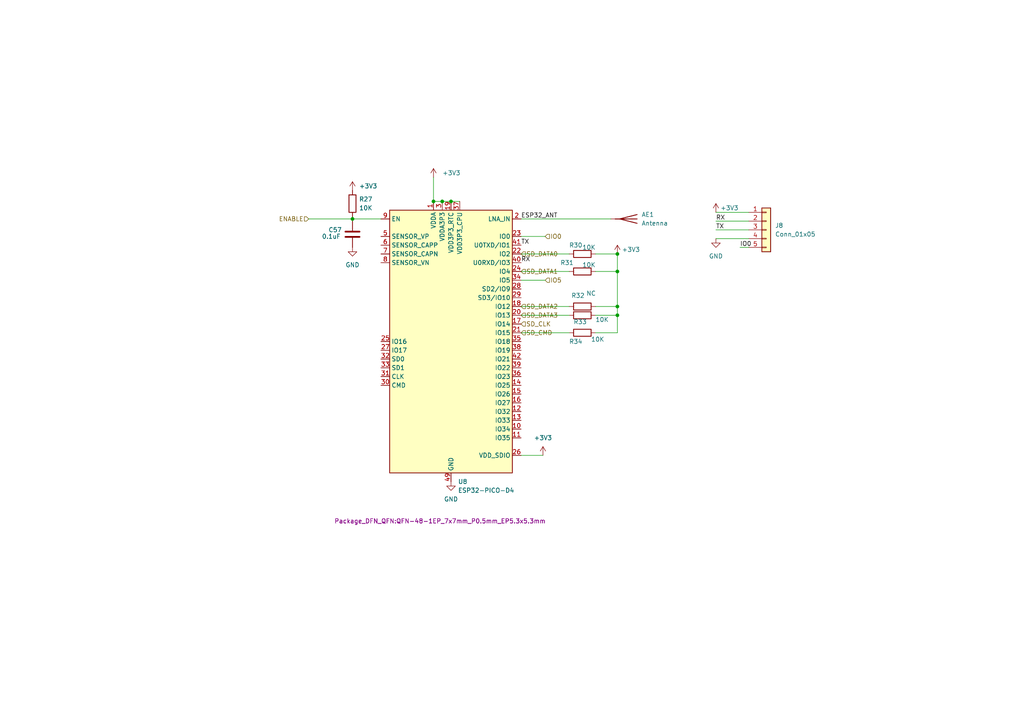
<source format=kicad_sch>
(kicad_sch (version 20211123) (generator eeschema)

  (uuid 984d9336-d89e-47e6-8d7a-cf9d95ac8042)

  (paper "A4")

  (lib_symbols
    (symbol "Connector_Generic:Conn_01x05" (pin_names (offset 1.016) hide) (in_bom yes) (on_board yes)
      (property "Reference" "J" (id 0) (at 0 7.62 0)
        (effects (font (size 1.27 1.27)))
      )
      (property "Value" "Conn_01x05" (id 1) (at 0 -7.62 0)
        (effects (font (size 1.27 1.27)))
      )
      (property "Footprint" "" (id 2) (at 0 0 0)
        (effects (font (size 1.27 1.27)) hide)
      )
      (property "Datasheet" "~" (id 3) (at 0 0 0)
        (effects (font (size 1.27 1.27)) hide)
      )
      (property "ki_keywords" "connector" (id 4) (at 0 0 0)
        (effects (font (size 1.27 1.27)) hide)
      )
      (property "ki_description" "Generic connector, single row, 01x05, script generated (kicad-library-utils/schlib/autogen/connector/)" (id 5) (at 0 0 0)
        (effects (font (size 1.27 1.27)) hide)
      )
      (property "ki_fp_filters" "Connector*:*_1x??_*" (id 6) (at 0 0 0)
        (effects (font (size 1.27 1.27)) hide)
      )
      (symbol "Conn_01x05_1_1"
        (rectangle (start -1.27 -4.953) (end 0 -5.207)
          (stroke (width 0.1524) (type default) (color 0 0 0 0))
          (fill (type none))
        )
        (rectangle (start -1.27 -2.413) (end 0 -2.667)
          (stroke (width 0.1524) (type default) (color 0 0 0 0))
          (fill (type none))
        )
        (rectangle (start -1.27 0.127) (end 0 -0.127)
          (stroke (width 0.1524) (type default) (color 0 0 0 0))
          (fill (type none))
        )
        (rectangle (start -1.27 2.667) (end 0 2.413)
          (stroke (width 0.1524) (type default) (color 0 0 0 0))
          (fill (type none))
        )
        (rectangle (start -1.27 5.207) (end 0 4.953)
          (stroke (width 0.1524) (type default) (color 0 0 0 0))
          (fill (type none))
        )
        (rectangle (start -1.27 6.35) (end 1.27 -6.35)
          (stroke (width 0.254) (type default) (color 0 0 0 0))
          (fill (type background))
        )
        (pin passive line (at -5.08 5.08 0) (length 3.81)
          (name "Pin_1" (effects (font (size 1.27 1.27))))
          (number "1" (effects (font (size 1.27 1.27))))
        )
        (pin passive line (at -5.08 2.54 0) (length 3.81)
          (name "Pin_2" (effects (font (size 1.27 1.27))))
          (number "2" (effects (font (size 1.27 1.27))))
        )
        (pin passive line (at -5.08 0 0) (length 3.81)
          (name "Pin_3" (effects (font (size 1.27 1.27))))
          (number "3" (effects (font (size 1.27 1.27))))
        )
        (pin passive line (at -5.08 -2.54 0) (length 3.81)
          (name "Pin_4" (effects (font (size 1.27 1.27))))
          (number "4" (effects (font (size 1.27 1.27))))
        )
        (pin passive line (at -5.08 -5.08 0) (length 3.81)
          (name "Pin_5" (effects (font (size 1.27 1.27))))
          (number "5" (effects (font (size 1.27 1.27))))
        )
      )
    )
    (symbol "Device:Antenna" (pin_numbers hide) (pin_names (offset 1.016) hide) (in_bom yes) (on_board yes)
      (property "Reference" "AE" (id 0) (at -1.905 1.905 0)
        (effects (font (size 1.27 1.27)) (justify right))
      )
      (property "Value" "Antenna" (id 1) (at -1.905 0 0)
        (effects (font (size 1.27 1.27)) (justify right))
      )
      (property "Footprint" "" (id 2) (at 0 0 0)
        (effects (font (size 1.27 1.27)) hide)
      )
      (property "Datasheet" "~" (id 3) (at 0 0 0)
        (effects (font (size 1.27 1.27)) hide)
      )
      (property "ki_keywords" "antenna" (id 4) (at 0 0 0)
        (effects (font (size 1.27 1.27)) hide)
      )
      (property "ki_description" "Antenna" (id 5) (at 0 0 0)
        (effects (font (size 1.27 1.27)) hide)
      )
      (symbol "Antenna_0_1"
        (polyline
          (pts
            (xy 0 2.54)
            (xy 0 -3.81)
          )
          (stroke (width 0.254) (type default) (color 0 0 0 0))
          (fill (type none))
        )
        (polyline
          (pts
            (xy 1.27 2.54)
            (xy 0 -2.54)
            (xy -1.27 2.54)
          )
          (stroke (width 0.254) (type default) (color 0 0 0 0))
          (fill (type none))
        )
      )
      (symbol "Antenna_1_1"
        (pin input line (at 0 -5.08 90) (length 2.54)
          (name "A" (effects (font (size 1.27 1.27))))
          (number "1" (effects (font (size 1.27 1.27))))
        )
      )
    )
    (symbol "Device:C" (pin_numbers hide) (pin_names (offset 0.254)) (in_bom yes) (on_board yes)
      (property "Reference" "C" (id 0) (at 0.635 2.54 0)
        (effects (font (size 1.27 1.27)) (justify left))
      )
      (property "Value" "C" (id 1) (at 0.635 -2.54 0)
        (effects (font (size 1.27 1.27)) (justify left))
      )
      (property "Footprint" "" (id 2) (at 0.9652 -3.81 0)
        (effects (font (size 1.27 1.27)) hide)
      )
      (property "Datasheet" "~" (id 3) (at 0 0 0)
        (effects (font (size 1.27 1.27)) hide)
      )
      (property "ki_keywords" "cap capacitor" (id 4) (at 0 0 0)
        (effects (font (size 1.27 1.27)) hide)
      )
      (property "ki_description" "Unpolarized capacitor" (id 5) (at 0 0 0)
        (effects (font (size 1.27 1.27)) hide)
      )
      (property "ki_fp_filters" "C_*" (id 6) (at 0 0 0)
        (effects (font (size 1.27 1.27)) hide)
      )
      (symbol "C_0_1"
        (polyline
          (pts
            (xy -2.032 -0.762)
            (xy 2.032 -0.762)
          )
          (stroke (width 0.508) (type default) (color 0 0 0 0))
          (fill (type none))
        )
        (polyline
          (pts
            (xy -2.032 0.762)
            (xy 2.032 0.762)
          )
          (stroke (width 0.508) (type default) (color 0 0 0 0))
          (fill (type none))
        )
      )
      (symbol "C_1_1"
        (pin passive line (at 0 3.81 270) (length 2.794)
          (name "~" (effects (font (size 1.27 1.27))))
          (number "1" (effects (font (size 1.27 1.27))))
        )
        (pin passive line (at 0 -3.81 90) (length 2.794)
          (name "~" (effects (font (size 1.27 1.27))))
          (number "2" (effects (font (size 1.27 1.27))))
        )
      )
    )
    (symbol "Device:R" (pin_numbers hide) (pin_names (offset 0)) (in_bom yes) (on_board yes)
      (property "Reference" "R" (id 0) (at 2.032 0 90)
        (effects (font (size 1.27 1.27)))
      )
      (property "Value" "R" (id 1) (at 0 0 90)
        (effects (font (size 1.27 1.27)))
      )
      (property "Footprint" "" (id 2) (at -1.778 0 90)
        (effects (font (size 1.27 1.27)) hide)
      )
      (property "Datasheet" "~" (id 3) (at 0 0 0)
        (effects (font (size 1.27 1.27)) hide)
      )
      (property "ki_keywords" "R res resistor" (id 4) (at 0 0 0)
        (effects (font (size 1.27 1.27)) hide)
      )
      (property "ki_description" "Resistor" (id 5) (at 0 0 0)
        (effects (font (size 1.27 1.27)) hide)
      )
      (property "ki_fp_filters" "R_*" (id 6) (at 0 0 0)
        (effects (font (size 1.27 1.27)) hide)
      )
      (symbol "R_0_1"
        (rectangle (start -1.016 -2.54) (end 1.016 2.54)
          (stroke (width 0.254) (type default) (color 0 0 0 0))
          (fill (type none))
        )
      )
      (symbol "R_1_1"
        (pin passive line (at 0 3.81 270) (length 1.27)
          (name "~" (effects (font (size 1.27 1.27))))
          (number "1" (effects (font (size 1.27 1.27))))
        )
        (pin passive line (at 0 -3.81 90) (length 1.27)
          (name "~" (effects (font (size 1.27 1.27))))
          (number "2" (effects (font (size 1.27 1.27))))
        )
      )
    )
    (symbol "RF_Module:ESP32-PICO-D4" (in_bom yes) (on_board yes)
      (property "Reference" "U" (id 0) (at -17.78 39.37 0)
        (effects (font (size 1.27 1.27)) (justify left))
      )
      (property "Value" "ESP32-PICO-D4" (id 1) (at 3.81 39.37 0)
        (effects (font (size 1.27 1.27)) (justify left))
      )
      (property "Footprint" "Package_DFN_QFN:QFN-48-1EP_7x7mm_P0.5mm_EP5.3x5.3mm" (id 2) (at 0 -43.18 0)
        (effects (font (size 1.27 1.27)) hide)
      )
      (property "Datasheet" "https://www.espressif.com/sites/default/files/documentation/esp32-pico-d4_datasheet_en.pdf" (id 3) (at 6.35 -25.4 0)
        (effects (font (size 1.27 1.27)) hide)
      )
      (property "ki_keywords" "RF Radio BT ESP ESP32 Espressif external antenna" (id 4) (at 0 0 0)
        (effects (font (size 1.27 1.27)) hide)
      )
      (property "ki_description" "RF Module, ESP32 SoC, Wi-Fi 802.11b/g/n, Bluetooth, BLE, 32-bit, 2.7-3.6V, external antenna, QFN-48" (id 5) (at 0 0 0)
        (effects (font (size 1.27 1.27)) hide)
      )
      (property "ki_fp_filters" "QFN*1EP*7x7mm*P0.5mm*" (id 6) (at 0 0 0)
        (effects (font (size 1.27 1.27)) hide)
      )
      (symbol "ESP32-PICO-D4_0_0"
        (pin power_in line (at -5.08 40.64 270) (length 2.54)
          (name "VDDA" (effects (font (size 1.27 1.27))))
          (number "1" (effects (font (size 1.27 1.27))))
        )
        (pin input line (at 20.32 -25.4 180) (length 2.54)
          (name "IO34" (effects (font (size 1.27 1.27))))
          (number "10" (effects (font (size 1.27 1.27))))
        )
        (pin input line (at 20.32 -27.94 180) (length 2.54)
          (name "IO35" (effects (font (size 1.27 1.27))))
          (number "11" (effects (font (size 1.27 1.27))))
        )
        (pin bidirectional line (at 20.32 -20.32 180) (length 2.54)
          (name "IO32" (effects (font (size 1.27 1.27))))
          (number "12" (effects (font (size 1.27 1.27))))
        )
        (pin bidirectional line (at 20.32 -22.86 180) (length 2.54)
          (name "IO33" (effects (font (size 1.27 1.27))))
          (number "13" (effects (font (size 1.27 1.27))))
        )
        (pin bidirectional line (at 20.32 -12.7 180) (length 2.54)
          (name "IO25" (effects (font (size 1.27 1.27))))
          (number "14" (effects (font (size 1.27 1.27))))
        )
        (pin bidirectional line (at 20.32 -15.24 180) (length 2.54)
          (name "IO26" (effects (font (size 1.27 1.27))))
          (number "15" (effects (font (size 1.27 1.27))))
        )
        (pin bidirectional line (at 20.32 -17.78 180) (length 2.54)
          (name "IO27" (effects (font (size 1.27 1.27))))
          (number "16" (effects (font (size 1.27 1.27))))
        )
        (pin bidirectional line (at 20.32 5.08 180) (length 2.54)
          (name "IO14" (effects (font (size 1.27 1.27))))
          (number "17" (effects (font (size 1.27 1.27))))
        )
        (pin bidirectional line (at 20.32 10.16 180) (length 2.54)
          (name "IO12" (effects (font (size 1.27 1.27))))
          (number "18" (effects (font (size 1.27 1.27))))
        )
        (pin power_in line (at 0 40.64 270) (length 2.54)
          (name "VDD3P3_RTC" (effects (font (size 1.27 1.27))))
          (number "19" (effects (font (size 1.27 1.27))))
        )
        (pin bidirectional line (at 20.32 35.56 180) (length 2.54)
          (name "LNA_IN" (effects (font (size 1.27 1.27))))
          (number "2" (effects (font (size 1.27 1.27))))
        )
        (pin bidirectional line (at 20.32 7.62 180) (length 2.54)
          (name "IO13" (effects (font (size 1.27 1.27))))
          (number "20" (effects (font (size 1.27 1.27))))
        )
        (pin bidirectional line (at 20.32 2.54 180) (length 2.54)
          (name "IO15" (effects (font (size 1.27 1.27))))
          (number "21" (effects (font (size 1.27 1.27))))
        )
        (pin bidirectional line (at 20.32 25.4 180) (length 2.54)
          (name "IO2" (effects (font (size 1.27 1.27))))
          (number "22" (effects (font (size 1.27 1.27))))
        )
        (pin bidirectional line (at 20.32 30.48 180) (length 2.54)
          (name "IO0" (effects (font (size 1.27 1.27))))
          (number "23" (effects (font (size 1.27 1.27))))
        )
        (pin bidirectional line (at 20.32 20.32 180) (length 2.54)
          (name "IO4" (effects (font (size 1.27 1.27))))
          (number "24" (effects (font (size 1.27 1.27))))
        )
        (pin bidirectional line (at -20.32 0 0) (length 2.54)
          (name "IO16" (effects (font (size 1.27 1.27))))
          (number "25" (effects (font (size 1.27 1.27))))
        )
        (pin power_out line (at 20.32 -33.02 180) (length 2.54)
          (name "VDD_SDIO" (effects (font (size 1.27 1.27))))
          (number "26" (effects (font (size 1.27 1.27))))
        )
        (pin bidirectional line (at -20.32 -2.54 0) (length 2.54)
          (name "IO17" (effects (font (size 1.27 1.27))))
          (number "27" (effects (font (size 1.27 1.27))))
        )
        (pin bidirectional line (at 20.32 15.24 180) (length 2.54)
          (name "SD2/IO9" (effects (font (size 1.27 1.27))))
          (number "28" (effects (font (size 1.27 1.27))))
        )
        (pin bidirectional line (at 20.32 12.7 180) (length 2.54)
          (name "SD3/IO10" (effects (font (size 1.27 1.27))))
          (number "29" (effects (font (size 1.27 1.27))))
        )
        (pin power_in line (at -2.54 40.64 270) (length 2.54)
          (name "VDDA3P3" (effects (font (size 1.27 1.27))))
          (number "3" (effects (font (size 1.27 1.27))))
        )
        (pin bidirectional line (at -20.32 -12.7 0) (length 2.54)
          (name "CMD" (effects (font (size 1.27 1.27))))
          (number "30" (effects (font (size 1.27 1.27))))
        )
        (pin bidirectional line (at -20.32 -10.16 0) (length 2.54)
          (name "CLK" (effects (font (size 1.27 1.27))))
          (number "31" (effects (font (size 1.27 1.27))))
        )
        (pin bidirectional line (at -20.32 -5.08 0) (length 2.54)
          (name "SD0" (effects (font (size 1.27 1.27))))
          (number "32" (effects (font (size 1.27 1.27))))
        )
        (pin bidirectional line (at -20.32 -7.62 0) (length 2.54)
          (name "SD1" (effects (font (size 1.27 1.27))))
          (number "33" (effects (font (size 1.27 1.27))))
        )
        (pin bidirectional line (at 20.32 17.78 180) (length 2.54)
          (name "IO5" (effects (font (size 1.27 1.27))))
          (number "34" (effects (font (size 1.27 1.27))))
        )
        (pin bidirectional line (at 20.32 0 180) (length 2.54)
          (name "IO18" (effects (font (size 1.27 1.27))))
          (number "35" (effects (font (size 1.27 1.27))))
        )
        (pin bidirectional line (at 20.32 -10.16 180) (length 2.54)
          (name "IO23" (effects (font (size 1.27 1.27))))
          (number "36" (effects (font (size 1.27 1.27))))
        )
        (pin power_in line (at 2.54 40.64 270) (length 2.54)
          (name "VDD3P3_CPU" (effects (font (size 1.27 1.27))))
          (number "37" (effects (font (size 1.27 1.27))))
        )
        (pin bidirectional line (at 20.32 -2.54 180) (length 2.54)
          (name "IO19" (effects (font (size 1.27 1.27))))
          (number "38" (effects (font (size 1.27 1.27))))
        )
        (pin bidirectional line (at 20.32 -7.62 180) (length 2.54)
          (name "IO22" (effects (font (size 1.27 1.27))))
          (number "39" (effects (font (size 1.27 1.27))))
        )
        (pin passive line (at -2.54 40.64 270) (length 2.54) hide
          (name "VDDA3P3" (effects (font (size 1.27 1.27))))
          (number "4" (effects (font (size 1.27 1.27))))
        )
        (pin bidirectional line (at 20.32 22.86 180) (length 2.54)
          (name "U0RXD/IO3" (effects (font (size 1.27 1.27))))
          (number "40" (effects (font (size 1.27 1.27))))
        )
        (pin bidirectional line (at 20.32 27.94 180) (length 2.54)
          (name "U0TXD/IO1" (effects (font (size 1.27 1.27))))
          (number "41" (effects (font (size 1.27 1.27))))
        )
        (pin bidirectional line (at 20.32 -5.08 180) (length 2.54)
          (name "IO21" (effects (font (size 1.27 1.27))))
          (number "42" (effects (font (size 1.27 1.27))))
        )
        (pin passive line (at -5.08 40.64 270) (length 2.54) hide
          (name "VDDA" (effects (font (size 1.27 1.27))))
          (number "43" (effects (font (size 1.27 1.27))))
        )
        (pin no_connect line (at -17.78 -25.4 0) (length 2.54) hide
          (name "XTAL_N_NC" (effects (font (size 1.27 1.27))))
          (number "44" (effects (font (size 1.27 1.27))))
        )
        (pin no_connect line (at -17.78 -27.94 0) (length 2.54) hide
          (name "XTAL_P_NC" (effects (font (size 1.27 1.27))))
          (number "45" (effects (font (size 1.27 1.27))))
        )
        (pin passive line (at -5.08 40.64 270) (length 2.54) hide
          (name "VDDA" (effects (font (size 1.27 1.27))))
          (number "46" (effects (font (size 1.27 1.27))))
        )
        (pin no_connect line (at -17.78 -30.48 0) (length 2.54) hide
          (name "CAP2_NC" (effects (font (size 1.27 1.27))))
          (number "47" (effects (font (size 1.27 1.27))))
        )
        (pin no_connect line (at -17.78 -33.02 0) (length 2.54) hide
          (name "CAP1_NC" (effects (font (size 1.27 1.27))))
          (number "48" (effects (font (size 1.27 1.27))))
        )
        (pin power_in line (at 0 -40.64 90) (length 2.54)
          (name "GND" (effects (font (size 1.27 1.27))))
          (number "49" (effects (font (size 1.27 1.27))))
        )
        (pin input line (at -20.32 30.48 0) (length 2.54)
          (name "SENSOR_VP" (effects (font (size 1.27 1.27))))
          (number "5" (effects (font (size 1.27 1.27))))
        )
        (pin input line (at -20.32 27.94 0) (length 2.54)
          (name "SENSOR_CAPP" (effects (font (size 1.27 1.27))))
          (number "6" (effects (font (size 1.27 1.27))))
        )
        (pin input line (at -20.32 25.4 0) (length 2.54)
          (name "SENSOR_CAPN" (effects (font (size 1.27 1.27))))
          (number "7" (effects (font (size 1.27 1.27))))
        )
        (pin input line (at -20.32 22.86 0) (length 2.54)
          (name "SENSOR_VN" (effects (font (size 1.27 1.27))))
          (number "8" (effects (font (size 1.27 1.27))))
        )
        (pin input line (at -20.32 35.56 0) (length 2.54)
          (name "EN" (effects (font (size 1.27 1.27))))
          (number "9" (effects (font (size 1.27 1.27))))
        )
      )
      (symbol "ESP32-PICO-D4_0_1"
        (rectangle (start -17.78 38.1) (end 17.78 -38.1)
          (stroke (width 0.254) (type default) (color 0 0 0 0))
          (fill (type background))
        )
      )
    )
    (symbol "power:+3.3V" (power) (pin_names (offset 0)) (in_bom yes) (on_board yes)
      (property "Reference" "#PWR" (id 0) (at 0 -3.81 0)
        (effects (font (size 1.27 1.27)) hide)
      )
      (property "Value" "+3.3V" (id 1) (at 0 3.556 0)
        (effects (font (size 1.27 1.27)))
      )
      (property "Footprint" "" (id 2) (at 0 0 0)
        (effects (font (size 1.27 1.27)) hide)
      )
      (property "Datasheet" "" (id 3) (at 0 0 0)
        (effects (font (size 1.27 1.27)) hide)
      )
      (property "ki_keywords" "power-flag" (id 4) (at 0 0 0)
        (effects (font (size 1.27 1.27)) hide)
      )
      (property "ki_description" "Power symbol creates a global label with name \"+3.3V\"" (id 5) (at 0 0 0)
        (effects (font (size 1.27 1.27)) hide)
      )
      (symbol "+3.3V_0_1"
        (polyline
          (pts
            (xy -0.762 1.27)
            (xy 0 2.54)
          )
          (stroke (width 0) (type default) (color 0 0 0 0))
          (fill (type none))
        )
        (polyline
          (pts
            (xy 0 0)
            (xy 0 2.54)
          )
          (stroke (width 0) (type default) (color 0 0 0 0))
          (fill (type none))
        )
        (polyline
          (pts
            (xy 0 2.54)
            (xy 0.762 1.27)
          )
          (stroke (width 0) (type default) (color 0 0 0 0))
          (fill (type none))
        )
      )
      (symbol "+3.3V_1_1"
        (pin power_in line (at 0 0 90) (length 0) hide
          (name "+3V3" (effects (font (size 1.27 1.27))))
          (number "1" (effects (font (size 1.27 1.27))))
        )
      )
    )
    (symbol "power:+3V3" (power) (pin_names (offset 0)) (in_bom yes) (on_board yes)
      (property "Reference" "#PWR" (id 0) (at 0 -3.81 0)
        (effects (font (size 1.27 1.27)) hide)
      )
      (property "Value" "+3V3" (id 1) (at 0 3.556 0)
        (effects (font (size 1.27 1.27)))
      )
      (property "Footprint" "" (id 2) (at 0 0 0)
        (effects (font (size 1.27 1.27)) hide)
      )
      (property "Datasheet" "" (id 3) (at 0 0 0)
        (effects (font (size 1.27 1.27)) hide)
      )
      (property "ki_keywords" "power-flag" (id 4) (at 0 0 0)
        (effects (font (size 1.27 1.27)) hide)
      )
      (property "ki_description" "Power symbol creates a global label with name \"+3V3\"" (id 5) (at 0 0 0)
        (effects (font (size 1.27 1.27)) hide)
      )
      (symbol "+3V3_0_1"
        (polyline
          (pts
            (xy -0.762 1.27)
            (xy 0 2.54)
          )
          (stroke (width 0) (type default) (color 0 0 0 0))
          (fill (type none))
        )
        (polyline
          (pts
            (xy 0 0)
            (xy 0 2.54)
          )
          (stroke (width 0) (type default) (color 0 0 0 0))
          (fill (type none))
        )
        (polyline
          (pts
            (xy 0 2.54)
            (xy 0.762 1.27)
          )
          (stroke (width 0) (type default) (color 0 0 0 0))
          (fill (type none))
        )
      )
      (symbol "+3V3_1_1"
        (pin power_in line (at 0 0 90) (length 0) hide
          (name "+3V3" (effects (font (size 1.27 1.27))))
          (number "1" (effects (font (size 1.27 1.27))))
        )
      )
    )
    (symbol "power:GND" (power) (pin_names (offset 0)) (in_bom yes) (on_board yes)
      (property "Reference" "#PWR" (id 0) (at 0 -6.35 0)
        (effects (font (size 1.27 1.27)) hide)
      )
      (property "Value" "GND" (id 1) (at 0 -3.81 0)
        (effects (font (size 1.27 1.27)))
      )
      (property "Footprint" "" (id 2) (at 0 0 0)
        (effects (font (size 1.27 1.27)) hide)
      )
      (property "Datasheet" "" (id 3) (at 0 0 0)
        (effects (font (size 1.27 1.27)) hide)
      )
      (property "ki_keywords" "power-flag" (id 4) (at 0 0 0)
        (effects (font (size 1.27 1.27)) hide)
      )
      (property "ki_description" "Power symbol creates a global label with name \"GND\" , ground" (id 5) (at 0 0 0)
        (effects (font (size 1.27 1.27)) hide)
      )
      (symbol "GND_0_1"
        (polyline
          (pts
            (xy 0 0)
            (xy 0 -1.27)
            (xy 1.27 -1.27)
            (xy 0 -2.54)
            (xy -1.27 -1.27)
            (xy 0 -1.27)
          )
          (stroke (width 0) (type default) (color 0 0 0 0))
          (fill (type none))
        )
      )
      (symbol "GND_1_1"
        (pin power_in line (at 0 0 270) (length 0) hide
          (name "GND" (effects (font (size 1.27 1.27))))
          (number "1" (effects (font (size 1.27 1.27))))
        )
      )
    )
  )

  (junction (at 125.73 58.42) (diameter 0) (color 0 0 0 0)
    (uuid 2837e048-1a1d-4d76-8c4a-1996cb38c4b0)
  )
  (junction (at 179.07 78.74) (diameter 0) (color 0 0 0 0)
    (uuid 45403ad2-b906-486e-b66b-d6009c67d071)
  )
  (junction (at 179.07 73.66) (diameter 0) (color 0 0 0 0)
    (uuid 71f6e50e-4aa5-461f-9f60-1320c9a6a7ac)
  )
  (junction (at 128.27 58.42) (diameter 0) (color 0 0 0 0)
    (uuid 73a80264-2320-475c-bf24-7635c82cd8f0)
  )
  (junction (at 130.81 58.42) (diameter 0) (color 0 0 0 0)
    (uuid ac29e5ca-695e-458f-8b21-f63ac7829115)
  )
  (junction (at 179.07 88.9) (diameter 0) (color 0 0 0 0)
    (uuid b500dcd3-a6e0-402b-9124-5499788df22b)
  )
  (junction (at 179.07 91.44) (diameter 0) (color 0 0 0 0)
    (uuid c3ece6d3-af99-455b-a692-f0df3c7fd981)
  )
  (junction (at 102.235 63.5) (diameter 0) (color 0 0 0 0)
    (uuid fa89dda9-7834-46d9-889a-44b1c785d844)
  )

  (wire (pts (xy 179.07 88.9) (xy 179.07 91.44))
    (stroke (width 0) (type default) (color 0 0 0 0))
    (uuid 03cd9639-0545-4310-8a58-e2bbe370b72d)
  )
  (wire (pts (xy 165.1 73.66) (xy 151.13 73.66))
    (stroke (width 0) (type default) (color 0 0 0 0))
    (uuid 1667c368-ed9e-4f4d-8260-c3f620ea8a88)
  )
  (wire (pts (xy 165.1 91.44) (xy 151.13 91.44))
    (stroke (width 0) (type default) (color 0 0 0 0))
    (uuid 213881c9-1c64-4f5c-aa2e-b96654c2ded8)
  )
  (wire (pts (xy 158.115 68.58) (xy 151.13 68.58))
    (stroke (width 0) (type default) (color 0 0 0 0))
    (uuid 257bcc11-b2e5-407e-a3a7-7cb3dbcd0cbf)
  )
  (wire (pts (xy 128.27 58.42) (xy 130.81 58.42))
    (stroke (width 0) (type default) (color 0 0 0 0))
    (uuid 283bd031-2d36-4000-85f8-803ae0c58fab)
  )
  (wire (pts (xy 165.1 78.74) (xy 151.13 78.74))
    (stroke (width 0) (type default) (color 0 0 0 0))
    (uuid 29515e87-16da-46d1-bb52-199e0dd89db3)
  )
  (wire (pts (xy 207.645 69.215) (xy 217.17 69.215))
    (stroke (width 0) (type default) (color 0 0 0 0))
    (uuid 316ef333-af1c-465e-b52f-52ded7fa4e4c)
  )
  (wire (pts (xy 179.07 73.66) (xy 172.72 73.66))
    (stroke (width 0) (type default) (color 0 0 0 0))
    (uuid 36fdeebd-61e5-4ba6-9747-d60455982042)
  )
  (wire (pts (xy 172.72 96.52) (xy 179.07 96.52))
    (stroke (width 0) (type default) (color 0 0 0 0))
    (uuid 39906c30-8031-431a-82bb-825af29dd817)
  )
  (wire (pts (xy 157.48 132.08) (xy 151.13 132.08))
    (stroke (width 0) (type default) (color 0 0 0 0))
    (uuid 3d2fb92f-42dc-4f70-afaf-3ea39d5c3766)
  )
  (wire (pts (xy 172.72 78.74) (xy 179.07 78.74))
    (stroke (width 0) (type default) (color 0 0 0 0))
    (uuid 41bf868e-6a80-4dbc-b64f-f8b895eeee77)
  )
  (wire (pts (xy 102.235 64.135) (xy 102.235 63.5))
    (stroke (width 0) (type default) (color 0 0 0 0))
    (uuid 5a967c82-07c5-4210-9a20-081a3377eee5)
  )
  (wire (pts (xy 179.07 91.44) (xy 179.07 96.52))
    (stroke (width 0) (type default) (color 0 0 0 0))
    (uuid 5daadf55-cb96-426e-83a7-977c3905b92a)
  )
  (wire (pts (xy 179.07 78.74) (xy 179.07 73.66))
    (stroke (width 0) (type default) (color 0 0 0 0))
    (uuid 62a00649-617d-4625-b1fb-909bbbb63703)
  )
  (wire (pts (xy 214.63 71.755) (xy 217.17 71.755))
    (stroke (width 0) (type default) (color 0 0 0 0))
    (uuid 66a3df35-a96c-478f-8fb2-381eb9a7b856)
  )
  (wire (pts (xy 207.645 66.675) (xy 217.17 66.675))
    (stroke (width 0) (type default) (color 0 0 0 0))
    (uuid 681a319c-86bb-4404-87e7-f74215ac7d4e)
  )
  (wire (pts (xy 177.165 63.5) (xy 151.13 63.5))
    (stroke (width 0) (type default) (color 0 0 0 0))
    (uuid 68628167-341f-4c67-ad74-1664779d8ffe)
  )
  (wire (pts (xy 130.81 58.42) (xy 133.35 58.42))
    (stroke (width 0) (type default) (color 0 0 0 0))
    (uuid 6af347d5-c1b2-4e55-bc38-fea9e2bc344f)
  )
  (wire (pts (xy 125.73 51.435) (xy 125.73 58.42))
    (stroke (width 0) (type default) (color 0 0 0 0))
    (uuid 90f9d548-7920-41de-a7cc-ba42e5524af0)
  )
  (wire (pts (xy 165.1 88.9) (xy 151.13 88.9))
    (stroke (width 0) (type default) (color 0 0 0 0))
    (uuid 9caefb5d-c3fd-4299-ab01-7df804255216)
  )
  (wire (pts (xy 207.645 64.135) (xy 217.17 64.135))
    (stroke (width 0) (type default) (color 0 0 0 0))
    (uuid a4498d5e-d851-47f9-bfad-751e459270e6)
  )
  (wire (pts (xy 172.72 91.44) (xy 179.07 91.44))
    (stroke (width 0) (type default) (color 0 0 0 0))
    (uuid a694b5b9-cf87-4e35-b5c4-0ed1088ff191)
  )
  (wire (pts (xy 89.535 63.5) (xy 102.235 63.5))
    (stroke (width 0) (type default) (color 0 0 0 0))
    (uuid aaa5611a-0f87-47af-9eeb-f2f5720f2ce0)
  )
  (wire (pts (xy 207.645 61.595) (xy 217.17 61.595))
    (stroke (width 0) (type default) (color 0 0 0 0))
    (uuid d083af40-9d5c-4d93-b9d6-2fc57501e50e)
  )
  (wire (pts (xy 172.72 88.9) (xy 179.07 88.9))
    (stroke (width 0) (type default) (color 0 0 0 0))
    (uuid d3f0710d-d813-4f59-b683-94ee53e771c7)
  )
  (wire (pts (xy 165.1 96.52) (xy 151.13 96.52))
    (stroke (width 0) (type default) (color 0 0 0 0))
    (uuid e2b560ab-9339-4832-a228-97d8f370e0d5)
  )
  (wire (pts (xy 125.73 58.42) (xy 128.27 58.42))
    (stroke (width 0) (type default) (color 0 0 0 0))
    (uuid e315c45c-9266-4693-b427-132fed14bf14)
  )
  (wire (pts (xy 102.235 63.5) (xy 110.49 63.5))
    (stroke (width 0) (type default) (color 0 0 0 0))
    (uuid e544f273-3b74-46ae-bc7d-4dfc01501fb0)
  )
  (wire (pts (xy 179.07 88.9) (xy 179.07 78.74))
    (stroke (width 0) (type default) (color 0 0 0 0))
    (uuid f3eaea46-51be-48d4-b624-bc1abe5053b1)
  )
  (wire (pts (xy 102.235 63.5) (xy 102.235 62.865))
    (stroke (width 0) (type default) (color 0 0 0 0))
    (uuid fbc28e98-4290-4cf3-83d1-718b6d250c86)
  )
  (wire (pts (xy 151.13 81.28) (xy 158.115 81.28))
    (stroke (width 0) (type default) (color 0 0 0 0))
    (uuid febe894f-dd0d-4147-8e55-1d7adcc92d2d)
  )

  (label "TX" (at 207.645 66.675 0)
    (effects (font (size 1.27 1.27)) (justify left bottom))
    (uuid 139bea8a-1837-4329-b7eb-ea52acae450a)
  )
  (label "RX" (at 151.13 76.2 0)
    (effects (font (size 1.27 1.27)) (justify left bottom))
    (uuid 8198523b-4c7c-41d6-bf53-07bd9e900065)
  )
  (label "ESP32_ANT" (at 151.13 63.5 0)
    (effects (font (size 1.27 1.27)) (justify left bottom))
    (uuid 861f6d90-f8c3-440f-9e09-10a935158749)
  )
  (label "RX" (at 207.645 64.135 0)
    (effects (font (size 1.27 1.27)) (justify left bottom))
    (uuid 8ac0d7fd-8601-47e8-a38c-b43602f1264b)
  )
  (label "TX" (at 151.13 71.12 0)
    (effects (font (size 1.27 1.27)) (justify left bottom))
    (uuid 90a9dc38-2583-43c9-9ce9-2df079ca86b6)
  )
  (label "IO0" (at 214.63 71.755 0)
    (effects (font (size 1.27 1.27)) (justify left bottom))
    (uuid ea068d52-7c89-44ea-b6ab-eecc7926d961)
  )

  (hierarchical_label "SD_CMD" (shape input) (at 151.13 96.52 0)
    (effects (font (size 1.27 1.27)) (justify left))
    (uuid 12d5b5a4-3be9-479e-aad8-33b0b1e04413)
  )
  (hierarchical_label "SD_DATA3" (shape input) (at 151.13 91.44 0)
    (effects (font (size 1.27 1.27)) (justify left))
    (uuid 5355d0e9-5c03-449f-b915-f95cf8cd8d39)
  )
  (hierarchical_label "IO0" (shape input) (at 158.115 68.58 0)
    (effects (font (size 1.27 1.27)) (justify left))
    (uuid 66e479a3-243f-40d9-b604-23fda4fd0a82)
  )
  (hierarchical_label "SD_DATA2" (shape input) (at 151.13 88.9 0)
    (effects (font (size 1.27 1.27)) (justify left))
    (uuid 7546bb20-95ca-4259-958b-227c18ecb7d0)
  )
  (hierarchical_label "SD_DATA1" (shape input) (at 151.13 78.74 0)
    (effects (font (size 1.27 1.27)) (justify left))
    (uuid 7ce65c3f-a4b1-4d1e-be3f-fc7f8e510f1c)
  )
  (hierarchical_label "IO5" (shape input) (at 158.115 81.28 0)
    (effects (font (size 1.27 1.27)) (justify left))
    (uuid 828540cd-fe08-4d2b-8380-b3dbda2f4a51)
  )
  (hierarchical_label "SD_CLK" (shape input) (at 151.13 93.98 0)
    (effects (font (size 1.27 1.27)) (justify left))
    (uuid ab67cbc1-4377-4f21-94e5-a6a525dc8074)
  )
  (hierarchical_label "SD_DATA0" (shape input) (at 151.13 73.66 0)
    (effects (font (size 1.27 1.27)) (justify left))
    (uuid c95de0bf-10d8-4ff7-95ff-77f7a62293cb)
  )
  (hierarchical_label "ENABLE" (shape input) (at 89.535 63.5 180)
    (effects (font (size 1.27 1.27)) (justify right))
    (uuid f9a848c3-3b6b-4ad9-a8a4-5fafcc1c88ce)
  )

  (symbol (lib_id "power:GND") (at 102.235 71.755 0) (unit 1)
    (in_bom yes) (on_board yes) (fields_autoplaced)
    (uuid 074c8067-2e47-42f7-a4fd-3f26f793f21f)
    (property "Reference" "#PWR0199" (id 0) (at 102.235 78.105 0)
      (effects (font (size 1.27 1.27)) hide)
    )
    (property "Value" "GND" (id 1) (at 102.235 76.835 0))
    (property "Footprint" "" (id 2) (at 102.235 71.755 0)
      (effects (font (size 1.27 1.27)) hide)
    )
    (property "Datasheet" "" (id 3) (at 102.235 71.755 0)
      (effects (font (size 1.27 1.27)) hide)
    )
    (pin "1" (uuid 96f25f7c-f697-458a-bf35-91897e1a27c5))
  )

  (symbol (lib_id "power:+3V3") (at 179.07 73.66 0) (unit 1)
    (in_bom yes) (on_board yes)
    (uuid 0e42f408-af31-4593-b629-c9f3e25025af)
    (property "Reference" "#PWR0203" (id 0) (at 179.07 77.47 0)
      (effects (font (size 1.27 1.27)) hide)
    )
    (property "Value" "+3V3" (id 1) (at 180.34 72.39 0)
      (effects (font (size 1.27 1.27)) (justify left))
    )
    (property "Footprint" "" (id 2) (at 179.07 73.66 0)
      (effects (font (size 1.27 1.27)) hide)
    )
    (property "Datasheet" "" (id 3) (at 179.07 73.66 0)
      (effects (font (size 1.27 1.27)) hide)
    )
    (pin "1" (uuid 256cdc80-f5a0-4d71-a1c1-a2a31086e7f3))
  )

  (symbol (lib_id "power:+3V3") (at 207.645 61.595 0) (unit 1)
    (in_bom yes) (on_board yes)
    (uuid 135a7af0-95d0-49cc-bc9c-a532c1606149)
    (property "Reference" "#PWR0201" (id 0) (at 207.645 65.405 0)
      (effects (font (size 1.27 1.27)) hide)
    )
    (property "Value" "+3V3" (id 1) (at 208.915 60.325 0)
      (effects (font (size 1.27 1.27)) (justify left))
    )
    (property "Footprint" "" (id 2) (at 207.645 61.595 0)
      (effects (font (size 1.27 1.27)) hide)
    )
    (property "Datasheet" "" (id 3) (at 207.645 61.595 0)
      (effects (font (size 1.27 1.27)) hide)
    )
    (pin "1" (uuid 71353bc0-3133-4dd5-82e9-0029c005f46a))
  )

  (symbol (lib_id "power:+3V3") (at 125.73 51.435 0) (unit 1)
    (in_bom yes) (on_board yes) (fields_autoplaced)
    (uuid 366b54e9-cbc3-497a-b010-0fde52696e8a)
    (property "Reference" "#PWR0200" (id 0) (at 125.73 55.245 0)
      (effects (font (size 1.27 1.27)) hide)
    )
    (property "Value" "+3V3" (id 1) (at 128.27 50.1649 0)
      (effects (font (size 1.27 1.27)) (justify left))
    )
    (property "Footprint" "" (id 2) (at 125.73 51.435 0)
      (effects (font (size 1.27 1.27)) hide)
    )
    (property "Datasheet" "" (id 3) (at 125.73 51.435 0)
      (effects (font (size 1.27 1.27)) hide)
    )
    (pin "1" (uuid 88aa8111-cf76-4236-a5a9-a29d374ba074))
  )

  (symbol (lib_id "Device:R") (at 102.235 59.055 0) (unit 1)
    (in_bom yes) (on_board yes) (fields_autoplaced)
    (uuid 3ff3c8be-fd4e-4b28-83dc-0142f9724e40)
    (property "Reference" "R27" (id 0) (at 104.14 57.7849 0)
      (effects (font (size 1.27 1.27)) (justify left))
    )
    (property "Value" "10K" (id 1) (at 104.14 60.3249 0)
      (effects (font (size 1.27 1.27)) (justify left))
    )
    (property "Footprint" "Resistor_SMD:R_0402_1005Metric" (id 2) (at 100.457 59.055 90)
      (effects (font (size 1.27 1.27)) hide)
    )
    (property "Datasheet" "~" (id 3) (at 102.235 59.055 0)
      (effects (font (size 1.27 1.27)) hide)
    )
    (pin "1" (uuid fe17e520-9453-4a73-b101-5bd3109d5ea9))
    (pin "2" (uuid 19a230fa-ac89-49b9-aedf-7524d3743b5e))
  )

  (symbol (lib_id "Device:R") (at 168.91 88.9 90) (unit 1)
    (in_bom yes) (on_board yes)
    (uuid 4ed5a20b-9bb5-41a8-8303-a9c004599cb1)
    (property "Reference" "R32" (id 0) (at 167.64 85.725 90))
    (property "Value" "NC" (id 1) (at 171.45 85.09 90))
    (property "Footprint" "Resistor_SMD:R_0603_1608Metric" (id 2) (at 168.91 90.678 90)
      (effects (font (size 1.27 1.27)) hide)
    )
    (property "Datasheet" "~" (id 3) (at 168.91 88.9 0)
      (effects (font (size 1.27 1.27)) hide)
    )
    (pin "1" (uuid 75033e6f-75d1-4899-ae0c-1f8c8dc43d00))
    (pin "2" (uuid 3da9ce21-a8eb-4187-98c8-19e48268fcab))
  )

  (symbol (lib_id "Device:Antenna") (at 182.245 63.5 270) (unit 1)
    (in_bom yes) (on_board yes) (fields_autoplaced)
    (uuid 5601a933-1726-4804-b0bd-7e9d6b8ea6a1)
    (property "Reference" "AE1" (id 0) (at 186.055 62.2299 90)
      (effects (font (size 1.27 1.27)) (justify left))
    )
    (property "Value" "Antenna" (id 1) (at 186.055 64.7699 90)
      (effects (font (size 1.27 1.27)) (justify left))
    )
    (property "Footprint" "RF_Antenna:Johanson_2450AT43F0100" (id 2) (at 182.245 63.5 0)
      (effects (font (size 1.27 1.27)) hide)
    )
    (property "Datasheet" "~" (id 3) (at 182.245 63.5 0)
      (effects (font (size 1.27 1.27)) hide)
    )
    (pin "1" (uuid 25e5bc4e-131f-4a84-acef-15171b4ede7c))
  )

  (symbol (lib_id "Device:C") (at 102.235 67.945 0) (mirror y) (unit 1)
    (in_bom yes) (on_board yes)
    (uuid 5c2326d8-45e5-4a6a-8e64-77e1d495719f)
    (property "Reference" "C57" (id 0) (at 95.25 66.675 0)
      (effects (font (size 1.27 1.27)) (justify right))
    )
    (property "Value" "0.1uF" (id 1) (at 93.345 68.58 0)
      (effects (font (size 1.27 1.27)) (justify right))
    )
    (property "Footprint" "Capacitor_SMD:C_0402_1005Metric" (id 2) (at 101.2698 71.755 0)
      (effects (font (size 1.27 1.27)) hide)
    )
    (property "Datasheet" "~" (id 3) (at 102.235 67.945 0)
      (effects (font (size 1.27 1.27)) hide)
    )
    (pin "1" (uuid d47ae958-1122-4583-8fad-0065525c37c2))
    (pin "2" (uuid ce3536e3-4649-483d-80b4-94a05f38c044))
  )

  (symbol (lib_id "Device:R") (at 168.91 73.66 90) (unit 1)
    (in_bom yes) (on_board yes)
    (uuid 620c55ac-05ff-4336-9073-e17d95a00054)
    (property "Reference" "R30" (id 0) (at 167.005 71.12 90))
    (property "Value" "10K" (id 1) (at 170.815 71.755 90))
    (property "Footprint" "Resistor_SMD:R_0402_1005Metric" (id 2) (at 168.91 75.438 90)
      (effects (font (size 1.27 1.27)) hide)
    )
    (property "Datasheet" "~" (id 3) (at 168.91 73.66 0)
      (effects (font (size 1.27 1.27)) hide)
    )
    (pin "1" (uuid ee1bf0f8-1059-48ad-92ee-92d2a9a7c44a))
    (pin "2" (uuid e107ff6a-05cd-416f-bf26-5ac0cc5a7a24))
  )

  (symbol (lib_id "RF_Module:ESP32-PICO-D4") (at 130.81 99.06 0) (unit 1)
    (in_bom yes) (on_board yes)
    (uuid 6340cba2-8fc3-4198-84e3-acd00a597f78)
    (property "Reference" "U8" (id 0) (at 132.8294 139.7 0)
      (effects (font (size 1.27 1.27)) (justify left))
    )
    (property "Value" "ESP32-PICO-D4" (id 1) (at 132.8294 142.24 0)
      (effects (font (size 1.27 1.27)) (justify left))
    )
    (property "Footprint" "Package_DFN_QFN:QFN-48-1EP_7x7mm_P0.5mm_EP5.3x5.3mm" (id 2) (at 127.635 151.13 0))
    (property "Datasheet" "https://www.espressif.com/sites/default/files/documentation/esp32-pico-d4_datasheet_en.pdf" (id 3) (at 137.16 124.46 0)
      (effects (font (size 1.27 1.27)) hide)
    )
    (pin "1" (uuid f6266ed9-a02e-46d4-9114-65aaef3bfa21))
    (pin "10" (uuid 3525bb8c-a7ad-4f74-b6c0-0eba6bb6bcdb))
    (pin "11" (uuid 2432a54b-f248-49e2-a363-709b8457c19f))
    (pin "12" (uuid df06c4fb-f6ee-4357-be00-d5dfb4304584))
    (pin "13" (uuid 6c95b429-ef4a-42a4-8f92-45b681db4eaa))
    (pin "14" (uuid f511e6ac-bda3-4190-9441-621d3da0241e))
    (pin "15" (uuid 8b8be2e3-2cd1-4ccf-a17b-ab4536d536bd))
    (pin "16" (uuid 00c034ff-dc1c-4815-9c83-2ac9f76c3c89))
    (pin "17" (uuid 52c53f51-8d56-4000-a289-7727fe4f988b))
    (pin "18" (uuid 1458cca2-6d0c-437b-85f5-cbcc4c2bfed7))
    (pin "19" (uuid 0e862229-70a9-4475-973c-d9f31f8b7558))
    (pin "2" (uuid 37af4890-d4b7-4f18-af5c-4e9571904d0d))
    (pin "20" (uuid 3590cc32-fcd6-41b2-b5b5-809f6d3beb44))
    (pin "21" (uuid d13e8c99-ca55-4a5f-943c-9e017d3ec9b2))
    (pin "22" (uuid 468edc52-7be4-4ae9-ba78-dcab6c36fe8d))
    (pin "23" (uuid cdb818c3-11b0-42a5-a1de-57fcd7e2c7e3))
    (pin "24" (uuid d2602f86-2024-424d-b3ea-b643c769692d))
    (pin "25" (uuid eeb045ab-9ac3-4fcc-8e75-40e670d7d605))
    (pin "26" (uuid 5b656b39-0bfa-4aeb-a4a5-60f67e7878b1))
    (pin "27" (uuid 454cddf0-f953-407a-a805-eb90bfc97a8a))
    (pin "28" (uuid f5dc8a9f-d59d-4720-b138-60902388a80b))
    (pin "29" (uuid f456bb42-d5ae-4012-9af1-0f450c5c80ef))
    (pin "3" (uuid 144bc5c3-b6df-4b3b-b23e-b3674e64d229))
    (pin "30" (uuid ea642b42-5bd2-4301-a33b-c25949497823))
    (pin "31" (uuid 6daf12bc-d7b0-4b31-b798-144f9580ec89))
    (pin "32" (uuid b73c2999-495c-42a6-8082-905c7a037c32))
    (pin "33" (uuid 42e2be0b-99d4-42d8-a041-9e9848d308a2))
    (pin "34" (uuid 978d315c-f9e2-46f7-afe0-f84270399269))
    (pin "35" (uuid 3ed6093e-659e-4b96-a017-9b2102659c5a))
    (pin "36" (uuid 8a6b2408-7e5e-45f7-8a84-6cb4f528eba0))
    (pin "37" (uuid 8e346d62-5008-4550-ac25-89f5862000d3))
    (pin "38" (uuid 78f0da22-2017-4cca-b061-2014d4e2d508))
    (pin "39" (uuid 0095ffab-e42b-450f-bf3f-529f66f8abbc))
    (pin "4" (uuid dc2bd110-0708-47a8-b446-b2ab2296db2b))
    (pin "40" (uuid d2c4d3ae-e542-4ca2-b745-e51bf84ec5b7))
    (pin "41" (uuid b6e351c2-7a8f-4556-8664-f26c30f73c8e))
    (pin "42" (uuid c9a4bef7-7656-42f2-9d64-51012735e6b1))
    (pin "43" (uuid 513c82a5-f444-4196-8f13-f2925347a8ce))
    (pin "44" (uuid 5c40f2ab-e498-41c1-acaa-2391ce943fe9))
    (pin "45" (uuid 4fe9b478-3a77-4fe5-9f55-b9a3803fda3c))
    (pin "46" (uuid 4cdcb360-d511-4393-b6df-e0a77ca33d51))
    (pin "47" (uuid f8df3da5-c942-4769-97b9-50e2d30b89c4))
    (pin "48" (uuid d2b7b387-eca7-49fe-8963-2914272dbd99))
    (pin "49" (uuid 60ad4ec4-4431-4f94-823d-dbb11cfb3833))
    (pin "5" (uuid 44d0f391-d602-4569-baf4-6301e960cf47))
    (pin "6" (uuid c98bf6ce-2edb-4458-8565-c83df6842b10))
    (pin "7" (uuid b95f821c-c531-499f-babc-749d7437072a))
    (pin "8" (uuid b30348c4-4e26-41c6-abcc-75c4b603572a))
    (pin "9" (uuid 8a21b2e1-49e6-474d-aa76-4ab5b33ee061))
  )

  (symbol (lib_id "Device:R") (at 168.91 96.52 90) (unit 1)
    (in_bom yes) (on_board yes)
    (uuid 695ebcdf-7a03-4f5a-b56d-230d462df354)
    (property "Reference" "R34" (id 0) (at 167.005 99.06 90))
    (property "Value" "10K" (id 1) (at 173.355 98.425 90))
    (property "Footprint" "Resistor_SMD:R_0402_1005Metric" (id 2) (at 168.91 98.298 90)
      (effects (font (size 1.27 1.27)) hide)
    )
    (property "Datasheet" "~" (id 3) (at 168.91 96.52 0)
      (effects (font (size 1.27 1.27)) hide)
    )
    (pin "1" (uuid e19536ab-7904-4f6e-92ef-1043fba6e307))
    (pin "2" (uuid 490b435b-3967-43e8-8ea3-9620f4301080))
  )

  (symbol (lib_id "Device:R") (at 168.91 78.74 90) (unit 1)
    (in_bom yes) (on_board yes)
    (uuid 846158ff-b954-4bdb-b1ae-9a437f72434c)
    (property "Reference" "R31" (id 0) (at 164.465 76.2 90))
    (property "Value" "10K" (id 1) (at 170.815 76.835 90))
    (property "Footprint" "Resistor_SMD:R_0402_1005Metric" (id 2) (at 168.91 80.518 90)
      (effects (font (size 1.27 1.27)) hide)
    )
    (property "Datasheet" "~" (id 3) (at 168.91 78.74 0)
      (effects (font (size 1.27 1.27)) hide)
    )
    (pin "1" (uuid ed98aa3f-a4e0-468d-a971-3f55a4fba1c5))
    (pin "2" (uuid af1b9779-eaae-42a0-a33d-7cd5476531bb))
  )

  (symbol (lib_id "Device:R") (at 168.91 91.44 90) (unit 1)
    (in_bom yes) (on_board yes)
    (uuid 869376ac-dc9b-446e-ba70-637838da0080)
    (property "Reference" "R33" (id 0) (at 168.275 93.345 90))
    (property "Value" "10K" (id 1) (at 174.625 92.71 90))
    (property "Footprint" "Resistor_SMD:R_0402_1005Metric" (id 2) (at 168.91 93.218 90)
      (effects (font (size 1.27 1.27)) hide)
    )
    (property "Datasheet" "~" (id 3) (at 168.91 91.44 0)
      (effects (font (size 1.27 1.27)) hide)
    )
    (pin "1" (uuid 9292ed66-fefd-44b5-9c1b-9eedc3034bf8))
    (pin "2" (uuid 9fff8ac5-3ccf-4a9c-ada3-ba946698ab11))
  )

  (symbol (lib_id "power:+3V3") (at 102.235 55.245 0) (unit 1)
    (in_bom yes) (on_board yes) (fields_autoplaced)
    (uuid 8d8fa779-15c1-4157-bfc6-154d39c613b3)
    (property "Reference" "#PWR0198" (id 0) (at 102.235 59.055 0)
      (effects (font (size 1.27 1.27)) hide)
    )
    (property "Value" "+3V3" (id 1) (at 104.14 53.9749 0)
      (effects (font (size 1.27 1.27)) (justify left))
    )
    (property "Footprint" "" (id 2) (at 102.235 55.245 0)
      (effects (font (size 1.27 1.27)) hide)
    )
    (property "Datasheet" "" (id 3) (at 102.235 55.245 0)
      (effects (font (size 1.27 1.27)) hide)
    )
    (pin "1" (uuid 157c416b-aab0-44b3-8d66-620b220cc9b4))
  )

  (symbol (lib_id "Connector_Generic:Conn_01x05") (at 222.25 66.675 0) (unit 1)
    (in_bom yes) (on_board yes) (fields_autoplaced)
    (uuid 9686da77-4058-4d18-8067-7d0a72ecb049)
    (property "Reference" "J8" (id 0) (at 224.79 65.4049 0)
      (effects (font (size 1.27 1.27)) (justify left))
    )
    (property "Value" "Conn_01x05" (id 1) (at 224.79 67.9449 0)
      (effects (font (size 1.27 1.27)) (justify left))
    )
    (property "Footprint" "Connector_PinHeader_2.54mm:PinHeader_1x05_P2.54mm_Vertical" (id 2) (at 222.25 66.675 0)
      (effects (font (size 1.27 1.27)) hide)
    )
    (property "Datasheet" "~" (id 3) (at 222.25 66.675 0)
      (effects (font (size 1.27 1.27)) hide)
    )
    (pin "1" (uuid d3f79bb6-a001-4ef0-a537-35bb2d042dda))
    (pin "2" (uuid d79728af-4f4f-49b6-aa78-8948a5dda728))
    (pin "3" (uuid 678b13ad-e8f7-4096-ba70-14a0cc06d4e3))
    (pin "4" (uuid dae6054b-8931-4c5f-9557-573b188d5422))
    (pin "5" (uuid 3d52cdb8-8a32-477a-84b4-ceeaac07f2df))
  )

  (symbol (lib_id "power:GND") (at 207.645 69.215 0) (unit 1)
    (in_bom yes) (on_board yes) (fields_autoplaced)
    (uuid c964cf75-18dd-4bd8-bcd8-c09ef84c4c54)
    (property "Reference" "#PWR0202" (id 0) (at 207.645 75.565 0)
      (effects (font (size 1.27 1.27)) hide)
    )
    (property "Value" "GND" (id 1) (at 207.645 74.295 0))
    (property "Footprint" "" (id 2) (at 207.645 69.215 0)
      (effects (font (size 1.27 1.27)) hide)
    )
    (property "Datasheet" "" (id 3) (at 207.645 69.215 0)
      (effects (font (size 1.27 1.27)) hide)
    )
    (pin "1" (uuid e93c6ed9-d15b-46b0-849f-1b706675e30f))
  )

  (symbol (lib_id "power:+3.3V") (at 157.48 132.08 0) (unit 1)
    (in_bom yes) (on_board yes) (fields_autoplaced)
    (uuid ddf5c964-695b-44e4-b539-e5ddadab2ed1)
    (property "Reference" "#PWR0194" (id 0) (at 157.48 135.89 0)
      (effects (font (size 1.27 1.27)) hide)
    )
    (property "Value" "+3.3V" (id 1) (at 157.48 127 0))
    (property "Footprint" "" (id 2) (at 157.48 132.08 0)
      (effects (font (size 1.27 1.27)) hide)
    )
    (property "Datasheet" "" (id 3) (at 157.48 132.08 0)
      (effects (font (size 1.27 1.27)) hide)
    )
    (pin "1" (uuid 02616d3c-00f6-4f07-97b8-78c52c0741ef))
  )

  (symbol (lib_id "power:GND") (at 130.81 139.7 0) (unit 1)
    (in_bom yes) (on_board yes) (fields_autoplaced)
    (uuid e5d389db-9685-4c1b-838b-0733d38bbbdd)
    (property "Reference" "#PWR0195" (id 0) (at 130.81 146.05 0)
      (effects (font (size 1.27 1.27)) hide)
    )
    (property "Value" "GND" (id 1) (at 130.81 144.78 0))
    (property "Footprint" "" (id 2) (at 130.81 139.7 0)
      (effects (font (size 1.27 1.27)) hide)
    )
    (property "Datasheet" "" (id 3) (at 130.81 139.7 0)
      (effects (font (size 1.27 1.27)) hide)
    )
    (pin "1" (uuid 400888cb-b757-4a7f-815a-c3c05fb6d0c4))
  )
)

</source>
